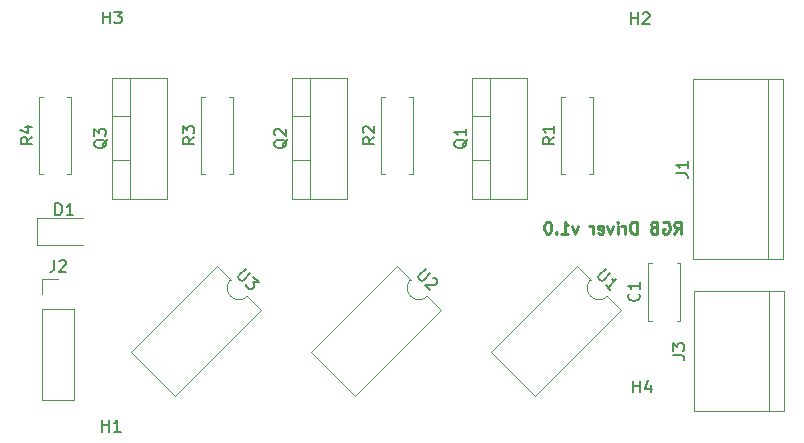
<source format=gbr>
%TF.GenerationSoftware,KiCad,Pcbnew,5.1.6-c6e7f7d~87~ubuntu18.04.1*%
%TF.CreationDate,2021-06-08T22:03:35+01:00*%
%TF.ProjectId,hp_led_driver,68705f6c-6564-45f6-9472-697665722e6b,rev?*%
%TF.SameCoordinates,Original*%
%TF.FileFunction,Legend,Top*%
%TF.FilePolarity,Positive*%
%FSLAX46Y46*%
G04 Gerber Fmt 4.6, Leading zero omitted, Abs format (unit mm)*
G04 Created by KiCad (PCBNEW 5.1.6-c6e7f7d~87~ubuntu18.04.1) date 2021-06-08 22:03:35*
%MOMM*%
%LPD*%
G01*
G04 APERTURE LIST*
%ADD10C,0.250000*%
%ADD11C,0.120000*%
%ADD12C,0.150000*%
G04 APERTURE END LIST*
D10*
X200262476Y-89352380D02*
X200595809Y-88876190D01*
X200833904Y-89352380D02*
X200833904Y-88352380D01*
X200452952Y-88352380D01*
X200357714Y-88400000D01*
X200310095Y-88447619D01*
X200262476Y-88542857D01*
X200262476Y-88685714D01*
X200310095Y-88780952D01*
X200357714Y-88828571D01*
X200452952Y-88876190D01*
X200833904Y-88876190D01*
X199310095Y-88400000D02*
X199405333Y-88352380D01*
X199548190Y-88352380D01*
X199691047Y-88400000D01*
X199786285Y-88495238D01*
X199833904Y-88590476D01*
X199881523Y-88780952D01*
X199881523Y-88923809D01*
X199833904Y-89114285D01*
X199786285Y-89209523D01*
X199691047Y-89304761D01*
X199548190Y-89352380D01*
X199452952Y-89352380D01*
X199310095Y-89304761D01*
X199262476Y-89257142D01*
X199262476Y-88923809D01*
X199452952Y-88923809D01*
X198500571Y-88828571D02*
X198357714Y-88876190D01*
X198310095Y-88923809D01*
X198262476Y-89019047D01*
X198262476Y-89161904D01*
X198310095Y-89257142D01*
X198357714Y-89304761D01*
X198452952Y-89352380D01*
X198833904Y-89352380D01*
X198833904Y-88352380D01*
X198500571Y-88352380D01*
X198405333Y-88400000D01*
X198357714Y-88447619D01*
X198310095Y-88542857D01*
X198310095Y-88638095D01*
X198357714Y-88733333D01*
X198405333Y-88780952D01*
X198500571Y-88828571D01*
X198833904Y-88828571D01*
X197072000Y-89352380D02*
X197072000Y-88352380D01*
X196833904Y-88352380D01*
X196691047Y-88400000D01*
X196595809Y-88495238D01*
X196548190Y-88590476D01*
X196500571Y-88780952D01*
X196500571Y-88923809D01*
X196548190Y-89114285D01*
X196595809Y-89209523D01*
X196691047Y-89304761D01*
X196833904Y-89352380D01*
X197072000Y-89352380D01*
X196072000Y-89352380D02*
X196072000Y-88685714D01*
X196072000Y-88876190D02*
X196024380Y-88780952D01*
X195976761Y-88733333D01*
X195881523Y-88685714D01*
X195786285Y-88685714D01*
X195452952Y-89352380D02*
X195452952Y-88685714D01*
X195452952Y-88352380D02*
X195500571Y-88400000D01*
X195452952Y-88447619D01*
X195405333Y-88400000D01*
X195452952Y-88352380D01*
X195452952Y-88447619D01*
X195072000Y-88685714D02*
X194833904Y-89352380D01*
X194595809Y-88685714D01*
X193833904Y-89304761D02*
X193929142Y-89352380D01*
X194119619Y-89352380D01*
X194214857Y-89304761D01*
X194262476Y-89209523D01*
X194262476Y-88828571D01*
X194214857Y-88733333D01*
X194119619Y-88685714D01*
X193929142Y-88685714D01*
X193833904Y-88733333D01*
X193786285Y-88828571D01*
X193786285Y-88923809D01*
X194262476Y-89019047D01*
X193357714Y-89352380D02*
X193357714Y-88685714D01*
X193357714Y-88876190D02*
X193310095Y-88780952D01*
X193262476Y-88733333D01*
X193167238Y-88685714D01*
X193072000Y-88685714D01*
X192072000Y-88685714D02*
X191833904Y-89352380D01*
X191595809Y-88685714D01*
X190691047Y-89352380D02*
X191262476Y-89352380D01*
X190976761Y-89352380D02*
X190976761Y-88352380D01*
X191072000Y-88495238D01*
X191167238Y-88590476D01*
X191262476Y-88638095D01*
X190262476Y-89257142D02*
X190214857Y-89304761D01*
X190262476Y-89352380D01*
X190310095Y-89304761D01*
X190262476Y-89257142D01*
X190262476Y-89352380D01*
X189595809Y-88352380D02*
X189500571Y-88352380D01*
X189405333Y-88400000D01*
X189357714Y-88447619D01*
X189310095Y-88542857D01*
X189262476Y-88733333D01*
X189262476Y-88971428D01*
X189310095Y-89161904D01*
X189357714Y-89257142D01*
X189405333Y-89304761D01*
X189500571Y-89352380D01*
X189595809Y-89352380D01*
X189691047Y-89304761D01*
X189738666Y-89257142D01*
X189786285Y-89161904D01*
X189833904Y-88971428D01*
X189833904Y-88733333D01*
X189786285Y-88542857D01*
X189738666Y-88447619D01*
X189691047Y-88400000D01*
X189595809Y-88352380D01*
D11*
%TO.C,C1*%
X198020000Y-96744000D02*
X198020000Y-91804000D01*
X200760000Y-96744000D02*
X200760000Y-91804000D01*
X198020000Y-96744000D02*
X198335000Y-96744000D01*
X200445000Y-96744000D02*
X200760000Y-96744000D01*
X198020000Y-91804000D02*
X198335000Y-91804000D01*
X200445000Y-91804000D02*
X200760000Y-91804000D01*
%TO.C,U2*%
X177933422Y-93248518D02*
X176766696Y-92081792D01*
X176766696Y-92081792D02*
X169497638Y-99350850D01*
X169497638Y-99350850D02*
X173245304Y-103098515D01*
X173245304Y-103098515D02*
X180514362Y-95829458D01*
X180514362Y-95829458D02*
X179347636Y-94662732D01*
X179347636Y-94662732D02*
G75*
G02*
X177933422Y-93248518I-707107J707107D01*
G01*
%TO.C,R3*%
X162914000Y-77756000D02*
X162584000Y-77756000D01*
X162914000Y-84296000D02*
X162914000Y-77756000D01*
X162584000Y-84296000D02*
X162914000Y-84296000D01*
X160174000Y-77756000D02*
X160504000Y-77756000D01*
X160174000Y-84296000D02*
X160174000Y-77756000D01*
X160504000Y-84296000D02*
X160174000Y-84296000D01*
%TO.C,R2*%
X178154000Y-77756000D02*
X177824000Y-77756000D01*
X178154000Y-84296000D02*
X178154000Y-77756000D01*
X177824000Y-84296000D02*
X178154000Y-84296000D01*
X175414000Y-77756000D02*
X175744000Y-77756000D01*
X175414000Y-84296000D02*
X175414000Y-77756000D01*
X175744000Y-84296000D02*
X175414000Y-84296000D01*
%TO.C,R1*%
X193394000Y-77756000D02*
X193064000Y-77756000D01*
X193394000Y-84296000D02*
X193394000Y-77756000D01*
X193064000Y-84296000D02*
X193394000Y-84296000D01*
X190654000Y-77756000D02*
X190984000Y-77756000D01*
X190654000Y-84296000D02*
X190654000Y-77756000D01*
X190984000Y-84296000D02*
X190654000Y-84296000D01*
%TO.C,J1*%
X209423000Y-91503500D02*
X201803000Y-91503500D01*
X209423000Y-76263500D02*
X201803000Y-76263500D01*
X208153000Y-91503500D02*
X208153000Y-76263500D01*
X201803000Y-91503500D02*
X201803000Y-76263500D01*
X209423000Y-91503500D02*
X209423000Y-76263500D01*
%TO.C,J2*%
X146752000Y-103438000D02*
X149412000Y-103438000D01*
X146752000Y-95758000D02*
X146752000Y-103438000D01*
X149412000Y-95758000D02*
X149412000Y-103438000D01*
X146752000Y-95758000D02*
X149412000Y-95758000D01*
X146752000Y-94488000D02*
X146752000Y-93158000D01*
X146752000Y-93158000D02*
X148082000Y-93158000D01*
%TO.C,J3*%
X208280000Y-94234000D02*
X208280000Y-104394000D01*
X209550000Y-94234000D02*
X201930000Y-94234000D01*
X201930000Y-94234000D02*
X201930000Y-104394000D01*
X201930000Y-104394000D02*
X209550000Y-104394000D01*
X209550000Y-104394000D02*
X209550000Y-94234000D01*
%TO.C,Q1*%
X183166000Y-86400000D02*
X183166000Y-76160000D01*
X187807000Y-86400000D02*
X187807000Y-76160000D01*
X183166000Y-86400000D02*
X187807000Y-86400000D01*
X183166000Y-76160000D02*
X187807000Y-76160000D01*
X184676000Y-86400000D02*
X184676000Y-76160000D01*
X183166000Y-83130000D02*
X184676000Y-83130000D01*
X183166000Y-79429000D02*
X184676000Y-79429000D01*
%TO.C,Q2*%
X167926000Y-79429000D02*
X169436000Y-79429000D01*
X167926000Y-83130000D02*
X169436000Y-83130000D01*
X169436000Y-86400000D02*
X169436000Y-76160000D01*
X167926000Y-76160000D02*
X172567000Y-76160000D01*
X167926000Y-86400000D02*
X172567000Y-86400000D01*
X172567000Y-86400000D02*
X172567000Y-76160000D01*
X167926000Y-86400000D02*
X167926000Y-76160000D01*
%TO.C,Q3*%
X152686000Y-86400000D02*
X152686000Y-76160000D01*
X157327000Y-86400000D02*
X157327000Y-76160000D01*
X152686000Y-86400000D02*
X157327000Y-86400000D01*
X152686000Y-76160000D02*
X157327000Y-76160000D01*
X154196000Y-86400000D02*
X154196000Y-76160000D01*
X152686000Y-83130000D02*
X154196000Y-83130000D01*
X152686000Y-79429000D02*
X154196000Y-79429000D01*
%TO.C,U1*%
X195754362Y-95829458D02*
X194587636Y-94662732D01*
X188485304Y-103098515D02*
X195754362Y-95829458D01*
X184737638Y-99350850D02*
X188485304Y-103098515D01*
X192006696Y-92081792D02*
X184737638Y-99350850D01*
X193173422Y-93248518D02*
X192006696Y-92081792D01*
X194587636Y-94662732D02*
G75*
G02*
X193173422Y-93248518I-707107J707107D01*
G01*
%TO.C,U3*%
X165274362Y-95829458D02*
X164107636Y-94662732D01*
X158005304Y-103098515D02*
X165274362Y-95829458D01*
X154257638Y-99350850D02*
X158005304Y-103098515D01*
X161526696Y-92081792D02*
X154257638Y-99350850D01*
X162693422Y-93248518D02*
X161526696Y-92081792D01*
X164107636Y-94662732D02*
G75*
G02*
X162693422Y-93248518I-707107J707107D01*
G01*
%TO.C,R4*%
X146788000Y-84296000D02*
X146458000Y-84296000D01*
X146458000Y-84296000D02*
X146458000Y-77756000D01*
X146458000Y-77756000D02*
X146788000Y-77756000D01*
X148868000Y-84296000D02*
X149198000Y-84296000D01*
X149198000Y-84296000D02*
X149198000Y-77756000D01*
X149198000Y-77756000D02*
X148868000Y-77756000D01*
%TO.C,D1*%
X150190000Y-88019000D02*
X146305000Y-88019000D01*
X146305000Y-88019000D02*
X146305000Y-90289000D01*
X146305000Y-90289000D02*
X150190000Y-90289000D01*
%TO.C,C1*%
D12*
X197247142Y-94440666D02*
X197294761Y-94488285D01*
X197342380Y-94631142D01*
X197342380Y-94726380D01*
X197294761Y-94869238D01*
X197199523Y-94964476D01*
X197104285Y-95012095D01*
X196913809Y-95059714D01*
X196770952Y-95059714D01*
X196580476Y-95012095D01*
X196485238Y-94964476D01*
X196390000Y-94869238D01*
X196342380Y-94726380D01*
X196342380Y-94631142D01*
X196390000Y-94488285D01*
X196437619Y-94440666D01*
X197342380Y-93488285D02*
X197342380Y-94059714D01*
X197342380Y-93774000D02*
X196342380Y-93774000D01*
X196485238Y-93869238D01*
X196580476Y-93964476D01*
X196628095Y-94059714D01*
%TO.C,U2*%
X179196113Y-92322544D02*
X178623693Y-92894964D01*
X178590021Y-92995979D01*
X178590021Y-93063323D01*
X178623693Y-93164338D01*
X178758380Y-93299025D01*
X178859395Y-93332697D01*
X178926739Y-93332697D01*
X179027754Y-93299025D01*
X179600174Y-92726605D01*
X179835876Y-93096995D02*
X179903219Y-93096995D01*
X180004235Y-93130666D01*
X180172593Y-93299025D01*
X180206265Y-93400040D01*
X180206265Y-93467384D01*
X180172593Y-93568399D01*
X180105250Y-93635743D01*
X179970563Y-93703086D01*
X179162441Y-93703086D01*
X179600174Y-94140819D01*
%TO.C,R3*%
X159626380Y-81192666D02*
X159150190Y-81526000D01*
X159626380Y-81764095D02*
X158626380Y-81764095D01*
X158626380Y-81383142D01*
X158674000Y-81287904D01*
X158721619Y-81240285D01*
X158816857Y-81192666D01*
X158959714Y-81192666D01*
X159054952Y-81240285D01*
X159102571Y-81287904D01*
X159150190Y-81383142D01*
X159150190Y-81764095D01*
X158626380Y-80859333D02*
X158626380Y-80240285D01*
X159007333Y-80573619D01*
X159007333Y-80430761D01*
X159054952Y-80335523D01*
X159102571Y-80287904D01*
X159197809Y-80240285D01*
X159435904Y-80240285D01*
X159531142Y-80287904D01*
X159578761Y-80335523D01*
X159626380Y-80430761D01*
X159626380Y-80716476D01*
X159578761Y-80811714D01*
X159531142Y-80859333D01*
%TO.C,R2*%
X174866380Y-81192666D02*
X174390190Y-81526000D01*
X174866380Y-81764095D02*
X173866380Y-81764095D01*
X173866380Y-81383142D01*
X173914000Y-81287904D01*
X173961619Y-81240285D01*
X174056857Y-81192666D01*
X174199714Y-81192666D01*
X174294952Y-81240285D01*
X174342571Y-81287904D01*
X174390190Y-81383142D01*
X174390190Y-81764095D01*
X173961619Y-80811714D02*
X173914000Y-80764095D01*
X173866380Y-80668857D01*
X173866380Y-80430761D01*
X173914000Y-80335523D01*
X173961619Y-80287904D01*
X174056857Y-80240285D01*
X174152095Y-80240285D01*
X174294952Y-80287904D01*
X174866380Y-80859333D01*
X174866380Y-80240285D01*
%TO.C,R1*%
X190106380Y-81192666D02*
X189630190Y-81526000D01*
X190106380Y-81764095D02*
X189106380Y-81764095D01*
X189106380Y-81383142D01*
X189154000Y-81287904D01*
X189201619Y-81240285D01*
X189296857Y-81192666D01*
X189439714Y-81192666D01*
X189534952Y-81240285D01*
X189582571Y-81287904D01*
X189630190Y-81383142D01*
X189630190Y-81764095D01*
X190106380Y-80240285D02*
X190106380Y-80811714D01*
X190106380Y-80526000D02*
X189106380Y-80526000D01*
X189249238Y-80621238D01*
X189344476Y-80716476D01*
X189392095Y-80811714D01*
%TO.C,J1*%
X200415380Y-84246833D02*
X201129666Y-84246833D01*
X201272523Y-84294452D01*
X201367761Y-84389690D01*
X201415380Y-84532547D01*
X201415380Y-84627785D01*
X201415380Y-83246833D02*
X201415380Y-83818261D01*
X201415380Y-83532547D02*
X200415380Y-83532547D01*
X200558238Y-83627785D01*
X200653476Y-83723023D01*
X200701095Y-83818261D01*
%TO.C,J2*%
X147748666Y-91610380D02*
X147748666Y-92324666D01*
X147701047Y-92467523D01*
X147605809Y-92562761D01*
X147462952Y-92610380D01*
X147367714Y-92610380D01*
X148177238Y-91705619D02*
X148224857Y-91658000D01*
X148320095Y-91610380D01*
X148558190Y-91610380D01*
X148653428Y-91658000D01*
X148701047Y-91705619D01*
X148748666Y-91800857D01*
X148748666Y-91896095D01*
X148701047Y-92038952D01*
X148129619Y-92610380D01*
X148748666Y-92610380D01*
%TO.C,J3*%
X200112380Y-99647333D02*
X200826666Y-99647333D01*
X200969523Y-99694952D01*
X201064761Y-99790190D01*
X201112380Y-99933047D01*
X201112380Y-100028285D01*
X200112380Y-99266380D02*
X200112380Y-98647333D01*
X200493333Y-98980666D01*
X200493333Y-98837809D01*
X200540952Y-98742571D01*
X200588571Y-98694952D01*
X200683809Y-98647333D01*
X200921904Y-98647333D01*
X201017142Y-98694952D01*
X201064761Y-98742571D01*
X201112380Y-98837809D01*
X201112380Y-99123523D01*
X201064761Y-99218761D01*
X201017142Y-99266380D01*
%TO.C,Q1*%
X182713619Y-81375238D02*
X182666000Y-81470476D01*
X182570761Y-81565714D01*
X182427904Y-81708571D01*
X182380285Y-81803809D01*
X182380285Y-81899047D01*
X182618380Y-81851428D02*
X182570761Y-81946666D01*
X182475523Y-82041904D01*
X182285047Y-82089523D01*
X181951714Y-82089523D01*
X181761238Y-82041904D01*
X181666000Y-81946666D01*
X181618380Y-81851428D01*
X181618380Y-81660952D01*
X181666000Y-81565714D01*
X181761238Y-81470476D01*
X181951714Y-81422857D01*
X182285047Y-81422857D01*
X182475523Y-81470476D01*
X182570761Y-81565714D01*
X182618380Y-81660952D01*
X182618380Y-81851428D01*
X182618380Y-80470476D02*
X182618380Y-81041904D01*
X182618380Y-80756190D02*
X181618380Y-80756190D01*
X181761238Y-80851428D01*
X181856476Y-80946666D01*
X181904095Y-81041904D01*
%TO.C,Q2*%
X167473619Y-81375238D02*
X167426000Y-81470476D01*
X167330761Y-81565714D01*
X167187904Y-81708571D01*
X167140285Y-81803809D01*
X167140285Y-81899047D01*
X167378380Y-81851428D02*
X167330761Y-81946666D01*
X167235523Y-82041904D01*
X167045047Y-82089523D01*
X166711714Y-82089523D01*
X166521238Y-82041904D01*
X166426000Y-81946666D01*
X166378380Y-81851428D01*
X166378380Y-81660952D01*
X166426000Y-81565714D01*
X166521238Y-81470476D01*
X166711714Y-81422857D01*
X167045047Y-81422857D01*
X167235523Y-81470476D01*
X167330761Y-81565714D01*
X167378380Y-81660952D01*
X167378380Y-81851428D01*
X166473619Y-81041904D02*
X166426000Y-80994285D01*
X166378380Y-80899047D01*
X166378380Y-80660952D01*
X166426000Y-80565714D01*
X166473619Y-80518095D01*
X166568857Y-80470476D01*
X166664095Y-80470476D01*
X166806952Y-80518095D01*
X167378380Y-81089523D01*
X167378380Y-80470476D01*
%TO.C,Q3*%
X152233619Y-81375238D02*
X152186000Y-81470476D01*
X152090761Y-81565714D01*
X151947904Y-81708571D01*
X151900285Y-81803809D01*
X151900285Y-81899047D01*
X152138380Y-81851428D02*
X152090761Y-81946666D01*
X151995523Y-82041904D01*
X151805047Y-82089523D01*
X151471714Y-82089523D01*
X151281238Y-82041904D01*
X151186000Y-81946666D01*
X151138380Y-81851428D01*
X151138380Y-81660952D01*
X151186000Y-81565714D01*
X151281238Y-81470476D01*
X151471714Y-81422857D01*
X151805047Y-81422857D01*
X151995523Y-81470476D01*
X152090761Y-81565714D01*
X152138380Y-81660952D01*
X152138380Y-81851428D01*
X151138380Y-81089523D02*
X151138380Y-80470476D01*
X151519333Y-80803809D01*
X151519333Y-80660952D01*
X151566952Y-80565714D01*
X151614571Y-80518095D01*
X151709809Y-80470476D01*
X151947904Y-80470476D01*
X152043142Y-80518095D01*
X152090761Y-80565714D01*
X152138380Y-80660952D01*
X152138380Y-80946666D01*
X152090761Y-81041904D01*
X152043142Y-81089523D01*
%TO.C,U1*%
X194436113Y-92322544D02*
X193863693Y-92894964D01*
X193830021Y-92995979D01*
X193830021Y-93063323D01*
X193863693Y-93164338D01*
X193998380Y-93299025D01*
X194099395Y-93332697D01*
X194166739Y-93332697D01*
X194267754Y-93299025D01*
X194840174Y-92726605D01*
X194840174Y-94140819D02*
X194436113Y-93736758D01*
X194638143Y-93938788D02*
X195345250Y-93231682D01*
X195176891Y-93265353D01*
X195042204Y-93265353D01*
X194941189Y-93231682D01*
%TO.C,U3*%
X163956113Y-92322544D02*
X163383693Y-92894964D01*
X163350021Y-92995979D01*
X163350021Y-93063323D01*
X163383693Y-93164338D01*
X163518380Y-93299025D01*
X163619395Y-93332697D01*
X163686739Y-93332697D01*
X163787754Y-93299025D01*
X164360174Y-92726605D01*
X164629548Y-92995979D02*
X165067280Y-93433712D01*
X164562204Y-93467384D01*
X164663219Y-93568399D01*
X164696891Y-93669414D01*
X164696891Y-93736758D01*
X164663219Y-93837773D01*
X164494861Y-94006132D01*
X164393845Y-94039804D01*
X164326502Y-94039804D01*
X164225487Y-94006132D01*
X164023456Y-93804101D01*
X163989784Y-93703086D01*
X163989784Y-93635743D01*
%TO.C,R4*%
X145910380Y-81192666D02*
X145434190Y-81526000D01*
X145910380Y-81764095D02*
X144910380Y-81764095D01*
X144910380Y-81383142D01*
X144958000Y-81287904D01*
X145005619Y-81240285D01*
X145100857Y-81192666D01*
X145243714Y-81192666D01*
X145338952Y-81240285D01*
X145386571Y-81287904D01*
X145434190Y-81383142D01*
X145434190Y-81764095D01*
X145243714Y-80335523D02*
X145910380Y-80335523D01*
X144862761Y-80573619D02*
X145577047Y-80811714D01*
X145577047Y-80192666D01*
%TO.C,D1*%
X147851904Y-87786380D02*
X147851904Y-86786380D01*
X148090000Y-86786380D01*
X148232857Y-86834000D01*
X148328095Y-86929238D01*
X148375714Y-87024476D01*
X148423333Y-87214952D01*
X148423333Y-87357809D01*
X148375714Y-87548285D01*
X148328095Y-87643523D01*
X148232857Y-87738761D01*
X148090000Y-87786380D01*
X147851904Y-87786380D01*
X149375714Y-87786380D02*
X148804285Y-87786380D01*
X149090000Y-87786380D02*
X149090000Y-86786380D01*
X148994761Y-86929238D01*
X148899523Y-87024476D01*
X148804285Y-87072095D01*
%TO.C,H1*%
X151828595Y-106116380D02*
X151828595Y-105116380D01*
X151828595Y-105592571D02*
X152400023Y-105592571D01*
X152400023Y-106116380D02*
X152400023Y-105116380D01*
X153400023Y-106116380D02*
X152828595Y-106116380D01*
X153114309Y-106116380D02*
X153114309Y-105116380D01*
X153019071Y-105259238D01*
X152923833Y-105354476D01*
X152828595Y-105402095D01*
%TO.C,H2*%
X196596095Y-71628380D02*
X196596095Y-70628380D01*
X196596095Y-71104571D02*
X197167523Y-71104571D01*
X197167523Y-71628380D02*
X197167523Y-70628380D01*
X197596095Y-70723619D02*
X197643714Y-70676000D01*
X197738952Y-70628380D01*
X197977047Y-70628380D01*
X198072285Y-70676000D01*
X198119904Y-70723619D01*
X198167523Y-70818857D01*
X198167523Y-70914095D01*
X198119904Y-71056952D01*
X197548476Y-71628380D01*
X198167523Y-71628380D01*
%TO.C,H3*%
X151892095Y-71564880D02*
X151892095Y-70564880D01*
X151892095Y-71041071D02*
X152463523Y-71041071D01*
X152463523Y-71564880D02*
X152463523Y-70564880D01*
X152844476Y-70564880D02*
X153463523Y-70564880D01*
X153130190Y-70945833D01*
X153273047Y-70945833D01*
X153368285Y-70993452D01*
X153415904Y-71041071D01*
X153463523Y-71136309D01*
X153463523Y-71374404D01*
X153415904Y-71469642D01*
X153368285Y-71517261D01*
X153273047Y-71564880D01*
X152987333Y-71564880D01*
X152892095Y-71517261D01*
X152844476Y-71469642D01*
%TO.C,H4*%
X196786595Y-102806880D02*
X196786595Y-101806880D01*
X196786595Y-102283071D02*
X197358023Y-102283071D01*
X197358023Y-102806880D02*
X197358023Y-101806880D01*
X198262785Y-102140214D02*
X198262785Y-102806880D01*
X198024690Y-101759261D02*
X197786595Y-102473547D01*
X198405642Y-102473547D01*
%TD*%
M02*

</source>
